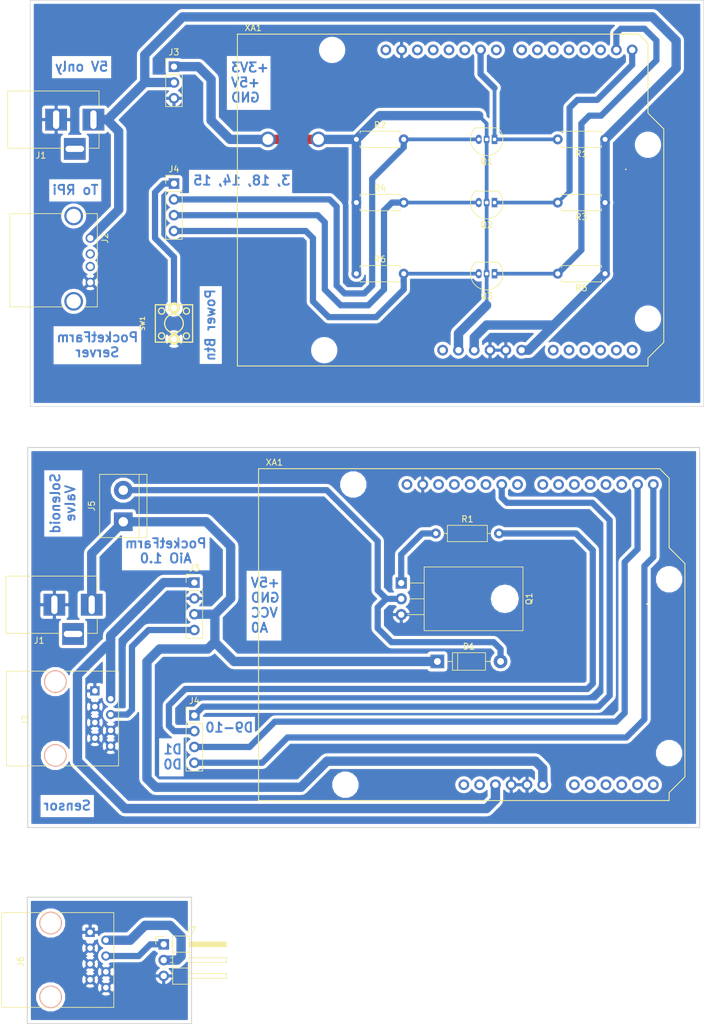
<source format=kicad_pcb>
(kicad_pcb (version 4) (host pcbnew 4.0.7)
  (layers (0 F.Cu signal) (31 B.Cu signal) (34 B.Paste user) (35 F.Paste user) (36 B.SilkS user) (37 F.SilkS user) (38 B.Mask user) (39 F.Mask user) (44 Edge.Cuts user))
  (net 0 "")
  (net 1 VCC)
  (net 2 "Net-(D1-Pad2)")
  (net 3 GND)
  (net 4 "Net-(J1-Pad3)")
  (net 5 +5V)
  (net 6 /A0)
  (net 7 /D9)
  (net 8 /D10)
  (net 9 /D1_RX1)
  (net 10 /D0_TX1)
  (net 11 "Net-(Q1-Pad1)")
  (net 12 "Net-(XA1-PadA0)")
  (net 13 "Net-(XA1-Pad3.3V)")
  (net 14 "Net-(XA1-PadRST1)")
  (net 15 "Net-(XA1-PadD2)")
  (net 16 "Net-(XA1-PadD3)")
  (net 17 "Net-(XA1-PadD4)")
  (net 18 "Net-(XA1-PadD5)")
  (net 19 "Net-(XA1-PadD6)")
  (net 20 "Net-(XA1-PadD7)")
  (net 21 "Net-(XA1-PadD8)")
  (net 22 "Net-(XA1-PadD10)")
  (net 23 "Net-(XA1-PadAREF)")
  (net 24 "Net-(XA1-PadD13)")
  (net 25 "Net-(XA1-PadD12)")
  (net 26 "Net-(XA1-PadD11)")
  (net 27 "Net-(XA1-PadA1)")
  (net 28 "Net-(XA1-PadA2)")
  (net 29 "Net-(XA1-PadA3)")
  (net 30 "Net-(XA1-PadA4)")
  (net 31 "Net-(XA1-PadA5)")
  (net 32 "Net-(J2-Pad3)")
  (net 33 "Net-(J2-Pad2)")
  (net 34 "Net-(J2-Pad5)")
  (net 35 +3V3)
  (net 36 /GPIO18)
  (net 37 /TXD0_14)
  (net 38 /RXD0_15)
  (net 39 "Net-(Q2-Pad1)")
  (net 40 "Net-(Q3-Pad1)")
  (net 41 /GPIO3)
  (module Connectors:BARREL_JACK (layer F.Cu) (at 51.6382 46.4312)
    (fp_text reference J1 (at -8.45 5.75 180) (layer F.SilkS))
    (fp_text value Jack-DC)
    (pad 1 thru_hole rect (at 0 0) (size 3.5 3.5) (drill oval 1 3) (layers *.Cu *.Mask) (net 5 +5V))
    (pad 2 thru_hole rect (at -6 0) (size 3.5 3.5) (drill oval 1 3) (layers *.Cu *.Mask) (net 3 GND))
    (pad 3 thru_hole rect (at -3 4.7) (size 3.5 3.5) (drill oval 3 1) (layers *.Cu *.Mask) (net 4 "Net-(J1-Pad3)"))
  )
  (module Connectors:USB_A (layer F.Cu) (at 51.1302 65.4812 270)
    (fp_text reference J2 (at 0 -2.35 270) (layer F.SilkS))
    (fp_text value USB_A)
    (pad 4 thru_hole circle (at 7.11 0 180) (size 1.5 1.5) (drill 1) (layers *.Cu *.Mask) (net 3 GND))
    (pad 3 thru_hole circle (at 4.57 0 180) (size 1.5 1.5) (drill 1) (layers *.Cu *.Mask) (net 32 "Net-(J2-Pad3)"))
    (pad 2 thru_hole circle (at 2.54 0 180) (size 1.5 1.5) (drill 1) (layers *.Cu *.Mask) (net 33 "Net-(J2-Pad2)"))
    (pad 1 thru_hole circle (at 0 0 180) (size 1.5 1.5) (drill 1) (layers *.Cu *.Mask) (net 5 +5V))
    (pad 5 thru_hole circle (at 10.16 2.67 180) (size 3 3) (drill 2.3) (layers *.Cu *.Mask) (net 34 "Net-(J2-Pad5)"))
    (pad 5 thru_hole circle (at -3.56 2.67 180) (size 3 3) (drill 2.3) (layers *.Cu *.Mask) (net 34 "Net-(J2-Pad5)"))
  )
  (module Pin_Headers:Pin_Header_Straight_1x03_Pitch2.54mm (layer F.Cu) (at 64.5922 37.9222)
    (fp_text reference J3 (at 0 -2.33) (layer F.SilkS))
    (fp_text value Conn_01x03_Male)
    (pad 1 thru_hole rect (at 0 0) (size 1.7 1.7) (drill 1) (layers *.Cu *.Mask) (net 35 +3V3))
    (pad 2 thru_hole oval (at 0 2.54) (size 1.7 1.7) (drill 1) (layers *.Cu *.Mask) (net 5 +5V))
    (pad 3 thru_hole oval (at 0 5.08) (size 1.7 1.7) (drill 1) (layers *.Cu *.Mask) (net 3 GND))
  )
  (module Pin_Headers:Pin_Header_Straight_1x04_Pitch2.54mm (layer F.Cu) (at 64.5922 56.7182)
    (fp_text reference J4 (at 0 -2.33) (layer F.SilkS))
    (fp_text value Conn_01x04_Male)
    (pad 1 thru_hole rect (at 0 0) (size 1.7 1.7) (drill 1) (layers *.Cu *.Mask) (net 41 /GPIO3))
    (pad 2 thru_hole oval (at 0 2.54) (size 1.7 1.7) (drill 1) (layers *.Cu *.Mask) (net 36 /GPIO18))
    (pad 3 thru_hole oval (at 0 5.08) (size 1.7 1.7) (drill 1) (layers *.Cu *.Mask) (net 37 /TXD0_14))
    (pad 4 thru_hole oval (at 0 7.62) (size 1.7 1.7) (drill 1) (layers *.Cu *.Mask) (net 38 /RXD0_15))
  )
  (module TO_SOT_Packages_THT:TO-92_Inline_Narrow_Oval (layer F.Cu) (at 116.1542 49.6062 180)
    (fp_text reference Q1 (at 1.27 -3.56 180) (layer F.SilkS))
    (fp_text value 2N7000)
    (pad 2 thru_hole oval (at 1.27 0) (size 0.9 1.5) (drill 0.6) (layers *.Cu *.Mask) (net 35 +3V3))
    (pad 3 thru_hole oval (at 2.54 0) (size 0.9 1.5) (drill 0.6) (layers *.Cu *.Mask) (net 36 /GPIO18))
    (pad 1 thru_hole rect (at 0 0) (size 0.9 1.5) (drill 0.6) (layers *.Cu *.Mask) (net 11 "Net-(Q1-Pad1)"))
  )
  (module TO_SOT_Packages_THT:TO-92_Inline_Narrow_Oval (layer F.Cu) (at 116.1542 59.7662 180)
    (fp_text reference Q2 (at 1.27 -3.56 180) (layer F.SilkS))
    (fp_text value 2N7000)
    (pad 2 thru_hole oval (at 1.27 0) (size 0.9 1.5) (drill 0.6) (layers *.Cu *.Mask) (net 35 +3V3))
    (pad 3 thru_hole oval (at 2.54 0) (size 0.9 1.5) (drill 0.6) (layers *.Cu *.Mask) (net 37 /TXD0_14))
    (pad 1 thru_hole rect (at 0 0) (size 0.9 1.5) (drill 0.6) (layers *.Cu *.Mask) (net 39 "Net-(Q2-Pad1)"))
  )
  (module TO_SOT_Packages_THT:TO-92_Inline_Narrow_Oval (layer F.Cu) (at 116.1542 71.1962 180)
    (fp_text reference Q3 (at 1.27 -3.56 180) (layer F.SilkS))
    (fp_text value 2N7000)
    (pad 2 thru_hole oval (at 1.27 0) (size 0.9 1.5) (drill 0.6) (layers *.Cu *.Mask) (net 35 +3V3))
    (pad 3 thru_hole oval (at 2.54 0) (size 0.9 1.5) (drill 0.6) (layers *.Cu *.Mask) (net 38 /RXD0_15))
    (pad 1 thru_hole rect (at 0 0) (size 0.9 1.5) (drill 0.6) (layers *.Cu *.Mask) (net 40 "Net-(Q3-Pad1)"))
  )
  (module Resistors_THT:R_Axial_DIN0207_L6.3mm_D2.5mm_P7.62mm_Horizontal (layer F.Cu) (at 133.9342 49.6062 180)
    (fp_text reference R1 (at 3.81 -2.31 360) (layer F.SilkS))
    (fp_text value 10k)
    (pad 1 thru_hole circle (at 0 0 180) (size 1.6 1.6) (drill 0.8) (layers *.Cu *.Mask) (net 5 +5V))
    (pad 2 thru_hole oval (at 7.62 0 180) (size 1.6 1.6) (drill 0.8) (layers *.Cu *.Mask) (net 11 "Net-(Q1-Pad1)"))
  )
  (module Resistors_THT:R_Axial_DIN0207_L6.3mm_D2.5mm_P7.62mm_Horizontal (layer F.Cu) (at 93.9292 49.6062)
    (fp_text reference R2 (at 3.81 -2.31) (layer F.SilkS))
    (fp_text value 10k)
    (pad 1 thru_hole circle (at 0 0) (size 1.6 1.6) (drill 0.8) (layers *.Cu *.Mask) (net 35 +3V3))
    (pad 2 thru_hole oval (at 7.62 0) (size 1.6 1.6) (drill 0.8) (layers *.Cu *.Mask) (net 36 /GPIO18))
  )
  (module Resistors_THT:R_Axial_DIN0207_L6.3mm_D2.5mm_P7.62mm_Horizontal (layer F.Cu) (at 133.9342 59.7662 180)
    (fp_text reference R3 (at 3.81 -2.31 180) (layer F.SilkS))
    (fp_text value 10k)
    (pad 1 thru_hole circle (at 0 0 180) (size 1.6 1.6) (drill 0.8) (layers *.Cu *.Mask) (net 5 +5V))
    (pad 2 thru_hole oval (at 7.62 0 180) (size 1.6 1.6) (drill 0.8) (layers *.Cu *.Mask) (net 39 "Net-(Q2-Pad1)"))
  )
  (module Resistors_THT:R_Axial_DIN0207_L6.3mm_D2.5mm_P7.62mm_Horizontal (layer F.Cu) (at 93.9292 59.7662)
    (fp_text reference R4 (at 3.81 -2.31) (layer F.SilkS))
    (fp_text value 10k)
    (pad 1 thru_hole circle (at 0 0) (size 1.6 1.6) (drill 0.8) (layers *.Cu *.Mask) (net 35 +3V3))
    (pad 2 thru_hole oval (at 7.62 0) (size 1.6 1.6) (drill 0.8) (layers *.Cu *.Mask) (net 37 /TXD0_14))
  )
  (module Resistors_THT:R_Axial_DIN0207_L6.3mm_D2.5mm_P7.62mm_Horizontal (layer F.Cu) (at 133.9342 71.1962 180)
    (fp_text reference R5 (at 3.81 -2.31 180) (layer F.SilkS))
    (fp_text value 10k)
    (pad 1 thru_hole circle (at 0 0 180) (size 1.6 1.6) (drill 0.8) (layers *.Cu *.Mask) (net 5 +5V))
    (pad 2 thru_hole oval (at 7.62 0 180) (size 1.6 1.6) (drill 0.8) (layers *.Cu *.Mask) (net 40 "Net-(Q3-Pad1)"))
  )
  (module Resistors_THT:R_Axial_DIN0207_L6.3mm_D2.5mm_P7.62mm_Horizontal (layer F.Cu) (at 93.9292 71.1962)
    (fp_text reference R6 (at 3.81 -2.31) (layer F.SilkS))
    (fp_text value 10k)
    (pad 1 thru_hole circle (at 0 0) (size 1.6 1.6) (drill 0.8) (layers *.Cu *.Mask) (net 35 +3V3))
    (pad 2 thru_hole oval (at 7.62 0) (size 1.6 1.6) (drill 0.8) (layers *.Cu *.Mask) (net 38 /RXD0_15))
  )
  (module switch:SPST-2-PIN_6mm_thru (layer F.Cu) (at 64.5922 79.1972 270)
    (fp_text reference SW1 (at 0 5.08 270) (layer F.SilkS) (effects (font (size 0.762 0.762) (thickness 0.1524))))
    (fp_text value SW_SPST hide)
    (pad 1 thru_hole circle (at -2.5 0 270) (size 1.8 1.8) (drill 1) (layers *.Cu *.Mask F.SilkS) (net 41 /GPIO3))
    (pad 2 thru_hole circle (at 2.5 0 270) (size 1.8 1.8) (drill 1) (layers *.Cu *.Mask F.SilkS) (net 3 GND))
  )
  (module "Modded Shield:Arduino_Uno_Shield" (layer F.Cu) (at 74.7903 86.0298)
    (fp_text reference XA1 (at 2.54 -54.356) (layer F.SilkS))
    (fp_text value Arduino_Uno_Shield)
    (fp_text user . (at 62.484 -32.004) (layer F.SilkS))
    (pad A0 thru_hole oval (at 50.8 -2.54) (size 1.7272 1.7272) (drill 1.016) (layers *.Cu *.Mask) (net 12 "Net-(XA1-PadA0)"))
    (pad VIN thru_hole oval (at 45.72 -2.54) (size 1.7272 1.7272) (drill 1.016) (layers *.Cu *.Mask) (net 5 +5V))
    (pad GND3 thru_hole oval (at 43.18 -2.54) (size 1.7272 1.7272) (drill 1.016) (layers *.Cu *.Mask) (net 3 GND))
    (pad GND2 thru_hole oval (at 40.64 -2.54) (size 1.7272 1.7272) (drill 1.016) (layers *.Cu *.Mask) (net 3 GND))
    (pad 5V1 thru_hole oval (at 38.1 -2.54) (size 1.7272 1.7272) (drill 1.016) (layers *.Cu *.Mask) (net 5 +5V))
    (pad 3.3V thru_hole oval (at 35.56 -2.54) (size 1.7272 1.7272) (drill 1.016) (layers *.Cu *.Mask) (net 35 +3V3))
    (pad RST1 thru_hole oval (at 33.02 -2.54) (size 1.7272 1.7272) (drill 1.016) (layers *.Cu *.Mask) (net 14 "Net-(XA1-PadRST1)"))
    (pad D0 thru_hole oval (at 63.5 -50.8) (size 1.7272 1.7272) (drill 1.016) (layers *.Cu *.Mask) (net 39 "Net-(Q2-Pad1)"))
    (pad D1 thru_hole oval (at 60.96 -50.8) (size 1.7272 1.7272) (drill 1.016) (layers *.Cu *.Mask) (net 40 "Net-(Q3-Pad1)"))
    (pad D2 thru_hole oval (at 58.42 -50.8) (size 1.7272 1.7272) (drill 1.016) (layers *.Cu *.Mask) (net 15 "Net-(XA1-PadD2)"))
    (pad D3 thru_hole oval (at 55.88 -50.8) (size 1.7272 1.7272) (drill 1.016) (layers *.Cu *.Mask) (net 16 "Net-(XA1-PadD3)"))
    (pad D4 thru_hole oval (at 53.34 -50.8) (size 1.7272 1.7272) (drill 1.016) (layers *.Cu *.Mask) (net 17 "Net-(XA1-PadD4)"))
    (pad D5 thru_hole oval (at 50.8 -50.8) (size 1.7272 1.7272) (drill 1.016) (layers *.Cu *.Mask) (net 18 "Net-(XA1-PadD5)"))
    (pad D6 thru_hole oval (at 48.26 -50.8) (size 1.7272 1.7272) (drill 1.016) (layers *.Cu *.Mask) (net 19 "Net-(XA1-PadD6)"))
    (pad D7 thru_hole oval (at 45.72 -50.8) (size 1.7272 1.7272) (drill 1.016) (layers *.Cu *.Mask) (net 20 "Net-(XA1-PadD7)"))
    (pad GND1 thru_hole oval (at 26.416 -50.8) (size 1.7272 1.7272) (drill 1.016) (layers *.Cu *.Mask) (net 3 GND))
    (pad D8 thru_hole oval (at 41.656 -50.8) (size 1.7272 1.7272) (drill 1.016) (layers *.Cu *.Mask) (net 21 "Net-(XA1-PadD8)"))
    (pad D9 thru_hole oval (at 39.116 -50.8) (size 1.7272 1.7272) (drill 1.016) (layers *.Cu *.Mask) (net 11 "Net-(Q1-Pad1)"))
    (pad D10 thru_hole oval (at 36.576 -50.8) (size 1.7272 1.7272) (drill 1.016) (layers *.Cu *.Mask) (net 22 "Net-(XA1-PadD10)"))
    (pad "" np_thru_hole circle (at 66.04 -7.62) (size 3.2 3.2) (drill 3.2) (layers *.Cu *.Mask))
    (pad "" np_thru_hole circle (at 66.04 -35.56) (size 3.2 3.2) (drill 3.2) (layers *.Cu *.Mask))
    (pad "" np_thru_hole circle (at 15.24 -50.8) (size 3.2 3.2) (drill 3.2) (layers *.Cu *.Mask))
    (pad "" np_thru_hole circle (at 13.97 -2.54) (size 3.2 3.2) (drill 3.2) (layers *.Cu *.Mask))
    (pad AREF thru_hole oval (at 23.876 -50.8) (size 1.7272 1.7272) (drill 1.016) (layers *.Cu *.Mask) (net 23 "Net-(XA1-PadAREF)"))
    (pad D13 thru_hole oval (at 28.956 -50.8) (size 1.7272 1.7272) (drill 1.016) (layers *.Cu *.Mask) (net 24 "Net-(XA1-PadD13)"))
    (pad D12 thru_hole oval (at 31.496 -50.8) (size 1.7272 1.7272) (drill 1.016) (layers *.Cu *.Mask) (net 25 "Net-(XA1-PadD12)"))
    (pad D11 thru_hole oval (at 34.036 -50.8) (size 1.7272 1.7272) (drill 1.016) (layers *.Cu *.Mask) (net 26 "Net-(XA1-PadD11)"))
    (pad A1 thru_hole oval (at 53.34 -2.54) (size 1.7272 1.7272) (drill 1.016) (layers *.Cu *.Mask) (net 27 "Net-(XA1-PadA1)"))
    (pad A2 thru_hole oval (at 55.88 -2.54) (size 1.7272 1.7272) (drill 1.016) (layers *.Cu *.Mask) (net 28 "Net-(XA1-PadA2)"))
    (pad A3 thru_hole oval (at 58.42 -2.54) (size 1.7272 1.7272) (drill 1.016) (layers *.Cu *.Mask) (net 29 "Net-(XA1-PadA3)"))
    (pad A4 thru_hole oval (at 60.96 -2.54) (size 1.7272 1.7272) (drill 1.016) (layers *.Cu *.Mask) (net 30 "Net-(XA1-PadA4)"))
    (pad A5 thru_hole oval (at 63.5 -2.54) (size 1.7272 1.7272) (drill 1.016) (layers *.Cu *.Mask) (net 31 "Net-(XA1-PadA5)"))
  )
  (module Diodes_THT:D_DO-41_SOD81_P10.16mm_Horizontal (layer F.Cu) (at 106.9594 133.5278)
    (fp_text reference D1 (at 5.08 -2.41) (layer F.SilkS))
    (fp_text value 1N4001)
    (pad 1 thru_hole rect (at 0 0) (size 2.2 2.2) (drill 1.1) (layers *.Cu *.Mask) (net 1 VCC))
    (pad 2 thru_hole oval (at 10.16 0) (size 2.2 2.2) (drill 1.1) (layers *.Cu *.Mask) (net 2 "Net-(D1-Pad2)"))
  )
  (module Connectors:BARREL_JACK (layer F.Cu) (at 51.3588 124.4092)
    (fp_text reference J1 (at -8.45 5.75 180) (layer F.SilkS))
    (fp_text value Jack-DC)
    (pad 1 thru_hole rect (at 0 0) (size 3.5 3.5) (drill oval 1 3) (layers *.Cu *.Mask) (net 1 VCC))
    (pad 2 thru_hole rect (at -6 0) (size 3.5 3.5) (drill oval 1 3) (layers *.Cu *.Mask) (net 3 GND))
    (pad 3 thru_hole rect (at -3 4.7) (size 3.5 3.5) (drill oval 3 1) (layers *.Cu *.Mask) (net 4 "Net-(J1-Pad3)"))
  )
  (module Connectors:RJ45_8 (layer F.Cu) (at 51.8668 138.2522 270)
    (fp_text reference J2 (at 4.7 11.18 270) (layer F.SilkS))
    (fp_text value RJ45_BUILTIN)
    (pad Hole np_thru_hole circle (at 10.38 6.35 270) (size 3.65 3.65) (drill 3.25) (layers *.Cu *.SilkS *.Mask))
    (pad Hole np_thru_hole circle (at -1.49 6.35 270) (size 3.65 3.65) (drill 3.25) (layers *.Cu *.SilkS *.Mask))
    (pad 1 thru_hole rect (at 0 0 270) (size 1.5 1.5) (drill 0.9) (layers *.Cu *.Mask) (net 3 GND))
    (pad 2 thru_hole circle (at 1.27 -2.54 270) (size 1.5 1.5) (drill 0.9) (layers *.Cu *.Mask) (net 5 +5V))
    (pad 3 thru_hole circle (at 2.54 0 270) (size 1.5 1.5) (drill 0.9) (layers *.Cu *.Mask) (net 3 GND))
    (pad 4 thru_hole circle (at 3.81 -2.54 270) (size 1.5 1.5) (drill 0.9) (layers *.Cu *.Mask) (net 6 /A0))
    (pad 5 thru_hole circle (at 5.08 0 270) (size 1.5 1.5) (drill 0.9) (layers *.Cu *.Mask) (net 3 GND))
    (pad 6 thru_hole circle (at 6.35 -2.54 270) (size 1.5 1.5) (drill 0.9) (layers *.Cu *.Mask) (net 3 GND))
    (pad 7 thru_hole circle (at 7.62 0 270) (size 1.5 1.5) (drill 0.9) (layers *.Cu *.Mask) (net 3 GND))
    (pad 8 thru_hole circle (at 8.89 -2.54 270) (size 1.5 1.5) (drill 0.9) (layers *.Cu *.Mask) (net 3 GND))
  )
  (module Pin_Headers:Pin_Header_Straight_1x04_Pitch2.54mm (layer F.Cu) (at 67.8688 120.8532)
    (fp_text reference J3 (at 0 -2.33) (layer F.SilkS))
    (fp_text value Conn_01x04_Male)
    (pad 1 thru_hole rect (at 0 0) (size 1.7 1.7) (drill 1) (layers *.Cu *.Mask) (net 5 +5V))
    (pad 2 thru_hole oval (at 0 2.54) (size 1.7 1.7) (drill 1) (layers *.Cu *.Mask) (net 3 GND))
    (pad 3 thru_hole oval (at 0 5.08) (size 1.7 1.7) (drill 1) (layers *.Cu *.Mask) (net 1 VCC))
    (pad 4 thru_hole oval (at 0 7.62) (size 1.7 1.7) (drill 1) (layers *.Cu *.Mask) (net 6 /A0))
  )
  (module Pin_Headers:Pin_Header_Straight_1x04_Pitch2.54mm (layer F.Cu) (at 67.8688 142.1892)
    (fp_text reference J4 (at 0 -2.33) (layer F.SilkS))
    (fp_text value Conn_01x04_Male)
    (pad 1 thru_hole rect (at 0 0) (size 1.7 1.7) (drill 1) (layers *.Cu *.Mask) (net 7 /D9))
    (pad 2 thru_hole oval (at 0 2.54) (size 1.7 1.7) (drill 1) (layers *.Cu *.Mask) (net 8 /D10))
    (pad 3 thru_hole oval (at 0 5.08) (size 1.7 1.7) (drill 1) (layers *.Cu *.Mask) (net 9 /D1_RX1))
    (pad 4 thru_hole oval (at 0 7.62) (size 1.7 1.7) (drill 1) (layers *.Cu *.Mask) (net 10 /D0_TX1))
  )
  (module Connectors_Terminal_Blocks:TerminalBlock_bornier-2_P5.08mm (layer F.Cu) (at 56.4388 111.0742 90)
    (fp_text reference J5 (at 2.54 -5.08 90) (layer F.SilkS))
    (fp_text value Screw_Terminal_01x02)
    (pad 1 thru_hole rect (at 0 0 90) (size 3 3) (drill 1.52) (layers *.Cu *.Mask) (net 1 VCC))
    (pad 2 thru_hole circle (at 5.08 0 90) (size 3 3) (drill 1.52) (layers *.Cu *.Mask) (net 2 "Net-(D1-Pad2)"))
  )
  (module Connectors:RJ45_8 (layer F.Cu) (at 51.1048 177.0634 270)
    (fp_text reference J6 (at 4.7 11.18 270) (layer F.SilkS))
    (fp_text value RJ45_SENSOR)
    (pad Hole np_thru_hole circle (at 10.38 6.35 270) (size 3.65 3.65) (drill 3.25) (layers *.Cu *.SilkS *.Mask))
    (pad Hole np_thru_hole circle (at -1.49 6.35 270) (size 3.65 3.65) (drill 3.25) (layers *.Cu *.SilkS *.Mask))
    (pad 1 thru_hole rect (at 0 0 270) (size 1.5 1.5) (drill 0.9) (layers *.Cu *.Mask) (net 3 GND))
    (pad 2 thru_hole circle (at 1.27 -2.54 270) (size 1.5 1.5) (drill 0.9) (layers *.Cu *.Mask) (net 5 +5V))
    (pad 3 thru_hole circle (at 2.54 0 270) (size 1.5 1.5) (drill 0.9) (layers *.Cu *.Mask) (net 3 GND))
    (pad 4 thru_hole circle (at 3.81 -2.54 270) (size 1.5 1.5) (drill 0.9) (layers *.Cu *.Mask) (net 6 /A0))
    (pad 5 thru_hole circle (at 5.08 0 270) (size 1.5 1.5) (drill 0.9) (layers *.Cu *.Mask) (net 3 GND))
    (pad 6 thru_hole circle (at 6.35 -2.54 270) (size 1.5 1.5) (drill 0.9) (layers *.Cu *.Mask) (net 3 GND))
    (pad 7 thru_hole circle (at 7.62 0 270) (size 1.5 1.5) (drill 0.9) (layers *.Cu *.Mask) (net 3 GND))
    (pad 8 thru_hole circle (at 8.89 -2.54 270) (size 1.5 1.5) (drill 0.9) (layers *.Cu *.Mask) (net 3 GND))
  )
  (module Pin_Headers:Pin_Header_Angled_1x03_Pitch2.54mm (layer F.Cu) (at 62.9412 178.9938)
    (fp_text reference J7 (at 4.385 -2.27) (layer F.SilkS))
    (fp_text value Conn_01x03_Male)
    (pad 1 thru_hole rect (at 0 0) (size 1.7 1.7) (drill 1) (layers *.Cu *.Mask) (net 6 /A0))
    (pad 2 thru_hole oval (at 0 2.54) (size 1.7 1.7) (drill 1) (layers *.Cu *.Mask) (net 5 +5V))
    (pad 3 thru_hole oval (at 0 5.08) (size 1.7 1.7) (drill 1) (layers *.Cu *.Mask) (net 3 GND))
  )
  (module TO_SOT_Packages_THT:TO-220-3_Horizontal (layer F.Cu) (at 101.1428 120.9167 270)
    (fp_text reference Q1 (at 2.54 -20.58 270) (layer F.SilkS))
    (fp_text value TIP120)
    (pad 0 np_thru_hole oval (at 2.54 -16.66 270) (size 3.5 3.5) (drill 3.5) (layers *.Cu *.Mask))
    (pad 1 thru_hole rect (at 0 0 270) (size 1.8 1.8) (drill 1) (layers *.Cu *.Mask) (net 11 "Net-(Q1-Pad1)"))
    (pad 2 thru_hole oval (at 2.54 0 270) (size 1.8 1.8) (drill 1) (layers *.Cu *.Mask) (net 2 "Net-(D1-Pad2)"))
    (pad 3 thru_hole oval (at 5.08 0 270) (size 1.8 1.8) (drill 1) (layers *.Cu *.Mask) (net 3 GND))
  )
  (module Resistors_THT:R_Axial_DIN0207_L6.3mm_D2.5mm_P10.16mm_Horizontal (layer F.Cu) (at 106.7054 112.9538)
    (fp_text reference R1 (at 5.08 -2.31) (layer F.SilkS))
    (fp_text value 1k)
    (pad 1 thru_hole circle (at 0 0) (size 1.6 1.6) (drill 0.8) (layers *.Cu *.Mask) (net 11 "Net-(Q1-Pad1)"))
    (pad 2 thru_hole oval (at 10.16 0) (size 1.6 1.6) (drill 0.8) (layers *.Cu *.Mask) (net 8 /D10))
  )
  (module "Modded Shield:Arduino_Uno_Shield" (layer F.Cu) (at 78.1939 155.8798)
    (fp_text reference XA1 (at 2.54 -54.356) (layer F.SilkS))
    (fp_text value Arduino_Uno_Shield)
    (fp_text user . (at 62.484 -32.004) (layer F.SilkS))
    (pad A0 thru_hole oval (at 50.8 -2.54) (size 1.7272 1.7272) (drill 1.016) (layers *.Cu *.Mask) (net 12 "Net-(XA1-PadA0)"))
    (pad VIN thru_hole oval (at 45.72 -2.54) (size 1.7272 1.7272) (drill 1.016) (layers *.Cu *.Mask) (net 1 VCC))
    (pad GND3 thru_hole oval (at 43.18 -2.54) (size 1.7272 1.7272) (drill 1.016) (layers *.Cu *.Mask) (net 3 GND))
    (pad GND2 thru_hole oval (at 40.64 -2.54) (size 1.7272 1.7272) (drill 1.016) (layers *.Cu *.Mask) (net 3 GND))
    (pad 5V1 thru_hole oval (at 38.1 -2.54) (size 1.7272 1.7272) (drill 1.016) (layers *.Cu *.Mask) (net 5 +5V))
    (pad 3.3V thru_hole oval (at 35.56 -2.54) (size 1.7272 1.7272) (drill 1.016) (layers *.Cu *.Mask) (net 13 "Net-(XA1-Pad3.3V)"))
    (pad RST1 thru_hole oval (at 33.02 -2.54) (size 1.7272 1.7272) (drill 1.016) (layers *.Cu *.Mask) (net 14 "Net-(XA1-PadRST1)"))
    (pad D0 thru_hole oval (at 63.5 -50.8) (size 1.7272 1.7272) (drill 1.016) (layers *.Cu *.Mask) (net 10 /D0_TX1))
    (pad D1 thru_hole oval (at 60.96 -50.8) (size 1.7272 1.7272) (drill 1.016) (layers *.Cu *.Mask) (net 9 /D1_RX1))
    (pad D2 thru_hole oval (at 58.42 -50.8) (size 1.7272 1.7272) (drill 1.016) (layers *.Cu *.Mask) (net 15 "Net-(XA1-PadD2)"))
    (pad D3 thru_hole oval (at 55.88 -50.8) (size 1.7272 1.7272) (drill 1.016) (layers *.Cu *.Mask) (net 16 "Net-(XA1-PadD3)"))
    (pad D4 thru_hole oval (at 53.34 -50.8) (size 1.7272 1.7272) (drill 1.016) (layers *.Cu *.Mask) (net 17 "Net-(XA1-PadD4)"))
    (pad D5 thru_hole oval (at 50.8 -50.8) (size 1.7272 1.7272) (drill 1.016) (layers *.Cu *.Mask) (net 18 "Net-(XA1-PadD5)"))
    (pad D6 thru_hole oval (at 48.26 -50.8) (size 1.7272 1.7272) (drill 1.016) (layers *.Cu *.Mask) (net 19 "Net-(XA1-PadD6)"))
    (pad D7 thru_hole oval (at 45.72 -50.8) (size 1.7272 1.7272) (drill 1.016) (layers *.Cu *.Mask) (net 20 "Net-(XA1-PadD7)"))
    (pad GND1 thru_hole oval (at 26.416 -50.8) (size 1.7272 1.7272) (drill 1.016) (layers *.Cu *.Mask) (net 3 GND))
    (pad D8 thru_hole oval (at 41.656 -50.8) (size 1.7272 1.7272) (drill 1.016) (layers *.Cu *.Mask) (net 21 "Net-(XA1-PadD8)"))
    (pad D9 thru_hole oval (at 39.116 -50.8) (size 1.7272 1.7272) (drill 1.016) (layers *.Cu *.Mask) (net 7 /D9))
    (pad D10 thru_hole oval (at 36.576 -50.8) (size 1.7272 1.7272) (drill 1.016) (layers *.Cu *.Mask) (net 22 "Net-(XA1-PadD10)"))
    (pad "" np_thru_hole circle (at 66.04 -7.62) (size 3.2 3.2) (drill 3.2) (layers *.Cu *.Mask))
    (pad "" np_thru_hole circle (at 66.04 -35.56) (size 3.2 3.2) (drill 3.2) (layers *.Cu *.Mask))
    (pad "" np_thru_hole circle (at 15.24 -50.8) (size 3.2 3.2) (drill 3.2) (layers *.Cu *.Mask))
    (pad "" np_thru_hole circle (at 13.97 -2.54) (size 3.2 3.2) (drill 3.2) (layers *.Cu *.Mask))
    (pad AREF thru_hole oval (at 23.876 -50.8) (size 1.7272 1.7272) (drill 1.016) (layers *.Cu *.Mask) (net 23 "Net-(XA1-PadAREF)"))
    (pad D13 thru_hole oval (at 28.956 -50.8) (size 1.7272 1.7272) (drill 1.016) (layers *.Cu *.Mask) (net 24 "Net-(XA1-PadD13)"))
    (pad D12 thru_hole oval (at 31.496 -50.8) (size 1.7272 1.7272) (drill 1.016) (layers *.Cu *.Mask) (net 25 "Net-(XA1-PadD12)"))
    (pad D11 thru_hole oval (at 34.036 -50.8) (size 1.7272 1.7272) (drill 1.016) (layers *.Cu *.Mask) (net 26 "Net-(XA1-PadD11)"))
    (pad A1 thru_hole oval (at 53.34 -2.54) (size 1.7272 1.7272) (drill 1.016) (layers *.Cu *.Mask) (net 27 "Net-(XA1-PadA1)"))
    (pad A2 thru_hole oval (at 55.88 -2.54) (size 1.7272 1.7272) (drill 1.016) (layers *.Cu *.Mask) (net 28 "Net-(XA1-PadA2)"))
    (pad A3 thru_hole oval (at 58.42 -2.54) (size 1.7272 1.7272) (drill 1.016) (layers *.Cu *.Mask) (net 29 "Net-(XA1-PadA3)"))
    (pad A4 thru_hole oval (at 60.96 -2.54) (size 1.7272 1.7272) (drill 1.016) (layers *.Cu *.Mask) (net 30 "Net-(XA1-PadA4)"))
    (pad A5 thru_hole oval (at 63.5 -2.54) (size 1.7272 1.7272) (drill 1.016) (layers *.Cu *.Mask) (net 31 "Net-(XA1-PadA5)"))
  )
  (gr_text "PocketFarm\nServer" (at 52.2732 82.6262) (layer B.Cu) (effects (font (size 1.5 1.5) (thickness 0.3)) (justify mirror)))
  (gr_text "3, 18, 14, 15" (at 67.5132 56.2102) (layer B.Cu) (effects (font (size 1.5 1.5) (thickness 0.3)) (justify right mirror)))
  (gr_text "+3V3\n+5V\nGND" (at 73.6092 40.4622) (layer B.Cu) (effects (font (size 1.5 1.5) (thickness 0.3)) (justify right mirror)))
  (gr_text "To RPi" (at 48.7172 57.7342) (layer B.Cu) (effects (font (size 1.5 1.5) (thickness 0.3)) (justify mirror)))
  (gr_text "5V only" (at 49.7332 37.9222) (layer B.Cu) (effects (font (size 1.5 1.5) (thickness 0.3)) (justify mirror)))
  (gr_text "Power Btn" (at 70.4342 79.4512 90) (layer B.Cu) (effects (font (size 1.5 1.5) (thickness 0.3)) (justify mirror)))
  (gr_line (start 41.4782 27.2542) (end 41.4782 27.3812) (angle 90) (layer Edge.Cuts) (width 0.1))
  (gr_line (start 149.8092 27.2542) (end 41.4782 27.2542) (angle 90) (layer Edge.Cuts) (width 0.1))
  (gr_line (start 149.8092 92.5322) (end 149.8092 27.2542) (angle 90) (layer Edge.Cuts) (width 0.1))
  (gr_line (start 41.4782 92.5322) (end 149.8092 92.5322) (angle 90) (layer Edge.Cuts) (width 0.1))
  (gr_line (start 41.4782 27.3812) (end 41.4782 92.5322) (angle 90) (layer Edge.Cuts) (width 0.1))
  (gr_line (start 67.4116 191.7446) (end 40.9956 191.7446) (angle 90) (layer Edge.Cuts) (width 0.15))
  (gr_line (start 67.4116 171.4246) (end 67.4116 191.6938) (angle 90) (layer Edge.Cuts) (width 0.15))
  (gr_line (start 40.9956 171.4246) (end 67.4116 171.4246) (angle 90) (layer Edge.Cuts) (width 0.15))
  (gr_line (start 40.9956 191.7446) (end 40.9956 171.4246) (angle 90) (layer Edge.Cuts) (width 0.15))
  (gr_text "PocketFarm\nAiO 1.0" (at 63.2714 115.7478) (layer B.Cu) (effects (font (size 1.5 1.5) (thickness 0.3)) (justify mirror)))
  (gr_text Sensor (at 47.4218 156.6926) (layer B.Cu) (effects (font (size 1.5 1.5) (thickness 0.3)) (justify mirror)))
  (gr_text "Solenoid\nValve" (at 46.7106 108.1278 90) (layer B.Cu) (effects (font (size 1.5 1.5) (thickness 0.3)) (justify mirror)))
  (gr_text "+5V\nGND\nVCC\nA0" (at 76.7842 124.4854) (layer B.Cu) (effects (font (size 1.5 1.5) (thickness 0.3)) (justify right mirror)))
  (gr_text D9-10 (at 69.469 144.145) (layer B.Cu) (effects (font (size 1.5 1.5) (thickness 0.3)) (justify right mirror)))
  (gr_text "D1\nD0" (at 62.7126 148.8694) (layer B.Cu) (effects (font (size 1.5 1.5) (thickness 0.3)) (justify right mirror)))
  (gr_line (start 41.0718 160.2232) (end 41.1988 160.2232) (angle 90) (layer Edge.Cuts) (width 0.15))
  (gr_line (start 41.0718 158.1912) (end 41.0718 160.2232) (angle 90) (layer Edge.Cuts) (width 0.15))
  (gr_line (start 149.1488 158.1912) (end 149.1488 160.2232) (angle 90) (layer Edge.Cuts) (width 0.15))
  (gr_line (start 41.1988 99.1362) (end 41.0718 99.1362) (angle 90) (layer Edge.Cuts) (width 0.15))
  (gr_line (start 41.0718 158.1912) (end 41.0718 99.1362) (angle 90) (layer Edge.Cuts) (width 0.15))
  (gr_line (start 149.1488 160.2232) (end 41.1988 160.2232) (angle 90) (layer Edge.Cuts) (width 0.15))
  (gr_line (start 149.1488 99.1362) (end 149.1488 158.1912) (angle 90) (layer Edge.Cuts) (width 0.15))
  (gr_line (start 149.1488 99.1362) (end 41.0718 99.1362) (angle 90) (layer Edge.Cuts) (width 0.15))
  (gr_line (start 41.1988 99.1362) (end 149.1488 99.1362) (angle 90) (layer Edge.Cuts) (width 0.15))
  (segment (start 74.2442 133.5278) (end 106.9594 133.5278) (width 1.5) (layer B.Cu) (net 1))
  (segment (start 71.1708 130.4544) (end 74.2442 133.5278) (width 1.5) (layer B.Cu) (net 1))
  (segment (start 71.1708 130.3782) (end 71.1708 130.4544) (width 1.5) (layer B.Cu) (net 1))
  (segment (start 71.1708 125.9332) (end 71.1708 130.3782) (width 1.5) (layer B.Cu) (net 1))
  (segment (start 123.9139 150.7363) (end 123.9139 153.3398) (width 1.5) (layer B.Cu) (net 1))
  (segment (start 122.7328 149.5552) (end 123.9139 150.7363) (width 1.5) (layer B.Cu) (net 1))
  (segment (start 89.2048 149.5552) (end 122.7328 149.5552) (width 1.5) (layer B.Cu) (net 1))
  (segment (start 85.0138 153.7462) (end 89.2048 149.5552) (width 1.5) (layer B.Cu) (net 1))
  (segment (start 61.6458 153.7462) (end 85.0138 153.7462) (width 1.5) (layer B.Cu) (net 1))
  (segment (start 60.2488 152.3492) (end 61.6458 153.7462) (width 1.5) (layer B.Cu) (net 1))
  (segment (start 60.2488 133.5532) (end 60.2488 152.3492) (width 1.5) (layer B.Cu) (net 1))
  (segment (start 62.2808 131.5212) (end 60.2488 133.5532) (width 1.5) (layer B.Cu) (net 1))
  (segment (start 70.0278 131.5212) (end 62.2808 131.5212) (width 1.5) (layer B.Cu) (net 1))
  (segment (start 71.1708 130.3782) (end 70.0278 131.5212) (width 1.5) (layer B.Cu) (net 1))
  (segment (start 67.8688 125.9332) (end 71.1708 125.9332) (width 1.5) (layer B.Cu) (net 1))
  (segment (start 69.7738 111.0742) (end 56.4388 111.0742) (width 1.5) (layer B.Cu) (net 1))
  (segment (start 73.7108 115.0112) (end 69.7738 111.0742) (width 1.5) (layer B.Cu) (net 1))
  (segment (start 73.7108 123.3932) (end 73.7108 115.0112) (width 1.5) (layer B.Cu) (net 1))
  (segment (start 71.1708 125.9332) (end 73.7108 123.3932) (width 1.5) (layer B.Cu) (net 1))
  (segment (start 51.3588 124.4092) (end 51.3588 116.1542) (width 1.5) (layer B.Cu) (net 1))
  (segment (start 51.3588 116.1542) (end 56.4388 111.0742) (width 1.5) (layer B.Cu) (net 1))
  (segment (start 56.4388 105.9942) (end 89.1794 105.9942) (width 1) (layer B.Cu) (net 2))
  (segment (start 97.3582 122.0724) (end 98.7425 123.4567) (width 1) (layer B.Cu) (net 2))
  (segment (start 97.3582 114.173) (end 97.3582 122.0724) (width 1) (layer B.Cu) (net 2))
  (segment (start 89.1794 105.9942) (end 97.3582 114.173) (width 1) (layer B.Cu) (net 2))
  (segment (start 117.1194 133.5278) (end 117.1194 131.5466) (width 1) (layer B.Cu) (net 2))
  (segment (start 98.7425 123.4567) (end 101.1428 123.4567) (width 1) (layer B.Cu) (net 2))
  (segment (start 97.3582 124.841) (end 98.7425 123.4567) (width 1) (layer B.Cu) (net 2))
  (segment (start 97.3582 128.1938) (end 97.3582 124.841) (width 1) (layer B.Cu) (net 2))
  (segment (start 99.5934 130.429) (end 97.3582 128.1938) (width 1) (layer B.Cu) (net 2))
  (segment (start 116.0018 130.429) (end 99.5934 130.429) (width 1) (layer B.Cu) (net 2))
  (segment (start 117.1194 131.5466) (end 116.0018 130.429) (width 1) (layer B.Cu) (net 2))
  (segment (start 59.8932 40.4622) (end 59.8932 36.0172) (width 1.5) (layer B.Cu) (net 5))
  (segment (start 145.3642 38.1762) (end 133.9342 49.6062) (width 1.5) (layer B.Cu) (net 5))
  (segment (start 145.3642 33.7312) (end 145.3642 38.1762) (width 1.5) (layer B.Cu) (net 5))
  (segment (start 141.5542 29.9212) (end 145.3642 33.7312) (width 1.5) (layer B.Cu) (net 5))
  (segment (start 65.9892 29.9212) (end 141.5542 29.9212) (width 1.5) (layer B.Cu) (net 5))
  (segment (start 59.8932 36.0172) (end 65.9892 29.9212) (width 1.5) (layer B.Cu) (net 5))
  (segment (start 112.8903 83.4898) (end 112.8903 81.4451) (width 1.5) (layer B.Cu) (net 5))
  (segment (start 112.8903 81.4451) (end 114.8842 79.4512) (width 1.5) (layer B.Cu) (net 5))
  (segment (start 114.8842 79.4512) (end 125.6792 79.4512) (width 1.5) (layer B.Cu) (net 5))
  (segment (start 120.5103 83.4898) (end 121.6406 83.4898) (width 1.5) (layer B.Cu) (net 5))
  (segment (start 121.6406 83.4898) (end 125.6792 79.4512) (width 1.5) (layer B.Cu) (net 5))
  (segment (start 125.6792 79.4512) (end 133.9342 71.1962) (width 1.5) (layer B.Cu) (net 5))
  (segment (start 133.9342 59.7662) (end 133.9342 71.1962) (width 1.5) (layer B.Cu) (net 5))
  (segment (start 133.9342 49.6062) (end 133.9342 59.7662) (width 1.5) (layer B.Cu) (net 5))
  (segment (start 53.9242 46.4312) (end 53.9242 46.5582) (width 1.5) (layer B.Cu) (net 5))
  (segment (start 55.7022 60.9092) (end 51.1302 65.4812) (width 1.5) (layer B.Cu) (net 5))
  (segment (start 55.7022 48.3362) (end 55.7022 60.9092) (width 1.5) (layer B.Cu) (net 5))
  (segment (start 53.9242 46.5582) (end 55.7022 48.3362) (width 1.5) (layer B.Cu) (net 5))
  (segment (start 51.6382 46.4312) (end 53.9242 46.4312) (width 1.5) (layer B.Cu) (net 5))
  (segment (start 59.8932 40.4622) (end 64.5922 40.4622) (width 1.5) (layer B.Cu) (net 5))
  (segment (start 53.9242 46.4312) (end 59.8932 40.4622) (width 1.5) (layer B.Cu) (net 5))
  (segment (start 53.6448 178.3334) (end 57.5564 178.3334) (width 1.5) (layer B.Cu) (net 5))
  (segment (start 65.1256 181.5338) (end 62.9412 181.5338) (width 1.5) (layer B.Cu) (net 5))
  (segment (start 65.7352 180.9242) (end 65.1256 181.5338) (width 1.5) (layer B.Cu) (net 5))
  (segment (start 65.7352 177.7238) (end 65.7352 180.9242) (width 1.5) (layer B.Cu) (net 5))
  (segment (start 63.9572 175.9458) (end 65.7352 177.7238) (width 1.5) (layer B.Cu) (net 5))
  (segment (start 59.944 175.9458) (end 63.9572 175.9458) (width 1.5) (layer B.Cu) (net 5))
  (segment (start 57.5564 178.3334) (end 59.944 175.9458) (width 1.5) (layer B.Cu) (net 5))
  (segment (start 54.4068 131.0132) (end 53.7718 131.0132) (width 1.5) (layer B.Cu) (net 5))
  (segment (start 116.2939 155.7401) (end 116.2939 153.3398) (width 1.5) (layer B.Cu) (net 5))
  (segment (start 114.8588 157.1752) (end 116.2939 155.7401) (width 1.5) (layer B.Cu) (net 5))
  (segment (start 56.6928 157.1752) (end 114.8588 157.1752) (width 1.5) (layer B.Cu) (net 5))
  (segment (start 49.0728 149.5552) (end 56.6928 157.1752) (width 1.5) (layer B.Cu) (net 5))
  (segment (start 49.0728 135.7122) (end 49.0728 149.5552) (width 1.5) (layer B.Cu) (net 5))
  (segment (start 53.7718 131.0132) (end 49.0728 135.7122) (width 1.5) (layer B.Cu) (net 5))
  (segment (start 54.4068 139.5222) (end 54.4068 131.0132) (width 1.5) (layer B.Cu) (net 5))
  (segment (start 54.4068 131.0132) (end 54.4068 129.3622) (width 1.5) (layer B.Cu) (net 5))
  (segment (start 62.9158 120.8532) (end 67.8688 120.8532) (width 1.5) (layer B.Cu) (net 5))
  (segment (start 54.4068 129.3622) (end 62.9158 120.8532) (width 1.5) (layer B.Cu) (net 5))
  (segment (start 53.6448 180.8734) (end 58.928 180.8734) (width 1) (layer B.Cu) (net 6))
  (segment (start 60.8076 178.9938) (end 62.9412 178.9938) (width 1) (layer B.Cu) (net 6))
  (segment (start 58.928 180.8734) (end 60.8076 178.9938) (width 1) (layer B.Cu) (net 6))
  (segment (start 54.4068 142.0622) (end 57.0738 142.0622) (width 1) (layer B.Cu) (net 6))
  (segment (start 60.5028 128.4732) (end 67.8688 128.4732) (width 1) (layer B.Cu) (net 6))
  (segment (start 57.8358 131.1402) (end 60.5028 128.4732) (width 1) (layer B.Cu) (net 6))
  (segment (start 57.8358 141.3002) (end 57.8358 131.1402) (width 1) (layer B.Cu) (net 6))
  (segment (start 57.0738 142.0622) (end 57.8358 141.3002) (width 1) (layer B.Cu) (net 6))
  (segment (start 69.2658 140.7922) (end 67.8688 142.1892) (width 1) (layer B.Cu) (net 7))
  (segment (start 132.8928 140.7922) (end 69.2658 140.7922) (width 1) (layer B.Cu) (net 7))
  (segment (start 134.6708 139.0142) (end 132.8928 140.7922) (width 1) (layer B.Cu) (net 7))
  (segment (start 134.6708 110.8202) (end 134.6708 139.0142) (width 1) (layer B.Cu) (net 7))
  (segment (start 131.8768 108.0262) (end 134.6708 110.8202) (width 1) (layer B.Cu) (net 7))
  (segment (start 118.1608 108.0262) (end 131.8768 108.0262) (width 1) (layer B.Cu) (net 7))
  (segment (start 117.3099 107.1753) (end 118.1608 108.0262) (width 1) (layer B.Cu) (net 7))
  (segment (start 117.3099 105.0798) (end 117.3099 107.1753) (width 1) (layer B.Cu) (net 7))
  (segment (start 116.8654 112.9538) (end 129.2606 112.9538) (width 1) (layer B.Cu) (net 8))
  (segment (start 64.6176 144.7292) (end 67.8688 144.7292) (width 1) (layer B.Cu) (net 8))
  (segment (start 63.7794 143.891) (end 64.6176 144.7292) (width 1) (layer B.Cu) (net 8))
  (segment (start 63.7794 140.589) (end 63.7794 143.891) (width 1) (layer B.Cu) (net 8))
  (segment (start 66.421 137.9474) (end 63.7794 140.589) (width 1) (layer B.Cu) (net 8))
  (segment (start 131.0894 137.9474) (end 66.421 137.9474) (width 1) (layer B.Cu) (net 8))
  (segment (start 131.953 137.0838) (end 131.0894 137.9474) (width 1) (layer B.Cu) (net 8))
  (segment (start 131.953 115.6462) (end 131.953 137.0838) (width 1) (layer B.Cu) (net 8))
  (segment (start 129.2606 112.9538) (end 131.953 115.6462) (width 1) (layer B.Cu) (net 8))
  (segment (start 76.7588 147.2692) (end 67.8688 147.2692) (width 1) (layer B.Cu) (net 9))
  (segment (start 80.8228 143.2052) (end 76.7588 147.2692) (width 1) (layer B.Cu) (net 9))
  (segment (start 135.6868 143.2052) (end 80.8228 143.2052) (width 1) (layer B.Cu) (net 9))
  (segment (start 137.0838 141.8082) (end 135.6868 143.2052) (width 1) (layer B.Cu) (net 9))
  (segment (start 137.0838 117.5512) (end 137.0838 141.8082) (width 1) (layer B.Cu) (net 9))
  (segment (start 139.1539 115.4811) (end 137.0838 117.5512) (width 1) (layer B.Cu) (net 9))
  (segment (start 139.1539 105.0798) (end 139.1539 115.4811) (width 1) (layer B.Cu) (net 9))
  (segment (start 141.6939 105.0798) (end 141.6939 116.7511) (width 1) (layer B.Cu) (net 10))
  (segment (start 78.7908 149.8092) (end 67.8688 149.8092) (width 1) (layer B.Cu) (net 10))
  (segment (start 82.8548 145.7452) (end 78.7908 149.8092) (width 1) (layer B.Cu) (net 10))
  (segment (start 137.3378 145.7452) (end 82.8548 145.7452) (width 1) (layer B.Cu) (net 10))
  (segment (start 140.2588 142.8242) (end 137.3378 145.7452) (width 1) (layer B.Cu) (net 10))
  (segment (start 140.2588 118.1862) (end 140.2588 142.8242) (width 1) (layer B.Cu) (net 10))
  (segment (start 141.6939 116.7511) (end 140.2588 118.1862) (width 1) (layer B.Cu) (net 10))
  (segment (start 116.1542 49.6062) (end 116.1542 41.3512) (width 0.6) (layer B.Cu) (net 11))
  (segment (start 113.9063 39.1033) (end 113.9063 35.2298) (width 1) (layer B.Cu) (net 11))
  (segment (start 116.1542 41.3512) (end 113.9063 39.1033) (width 1) (layer B.Cu) (net 11))
  (segment (start 116.1542 49.6062) (end 126.3142 49.6062) (width 0.6) (layer B.Cu) (net 11))
  (segment (start 106.7054 112.9538) (end 104.521 112.9538) (width 1) (layer B.Cu) (net 11))
  (segment (start 101.1428 116.332) (end 101.1428 120.9167) (width 1) (layer B.Cu) (net 11))
  (segment (start 104.521 112.9538) (end 101.1428 116.332) (width 1) (layer B.Cu) (net 11))
  (segment (start 64.5922 37.9222) (end 68.5292 37.9222) (width 1.5) (layer B.Cu) (net 35))
  (segment (start 87.8332 49.6062) (end 93.9292 49.6062) (width 1.5) (layer B.Cu) (net 35))
  (via (at 87.8332 49.6062) (size 2.5) (drill 1.75) (layers F.Cu B.Cu) (net 35))
  (segment (start 79.7052 49.6062) (end 87.8332 49.6062) (width 1.5) (layer F.Cu) (net 35))
  (via (at 79.7052 49.6062) (size 2.5) (drill 1.75) (layers F.Cu B.Cu) (net 35))
  (segment (start 73.6092 49.6062) (end 79.7052 49.6062) (width 1.5) (layer B.Cu) (net 35))
  (segment (start 70.5612 46.5582) (end 73.6092 49.6062) (width 1.5) (layer B.Cu) (net 35))
  (segment (start 70.5612 39.9542) (end 70.5612 46.5582) (width 1.5) (layer B.Cu) (net 35))
  (segment (start 68.5292 37.9222) (end 70.5612 39.9542) (width 1.5) (layer B.Cu) (net 35))
  (segment (start 93.9292 49.6062) (end 97.7392 45.7962) (width 1.5) (layer B.Cu) (net 35))
  (segment (start 114.8842 47.0662) (end 114.8842 49.6062) (width 0.6) (layer B.Cu) (net 35))
  (segment (start 113.6142 45.7962) (end 114.8842 47.0662) (width 0.6) (layer B.Cu) (net 35))
  (segment (start 97.7392 45.7962) (end 113.6142 45.7962) (width 1.5) (layer B.Cu) (net 35))
  (segment (start 110.3503 83.4898) (end 110.3503 80.8101) (width 1.5) (layer B.Cu) (net 35))
  (segment (start 114.8842 76.2762) (end 114.8842 71.1962) (width 0.6) (layer B.Cu) (net 35))
  (segment (start 110.3503 80.8101) (end 114.8842 76.2762) (width 1.5) (layer B.Cu) (net 35))
  (segment (start 93.9292 59.7662) (end 93.9292 71.1962) (width 1.5) (layer B.Cu) (net 35))
  (segment (start 93.9292 49.6062) (end 93.9292 59.7662) (width 1.5) (layer B.Cu) (net 35))
  (segment (start 114.8842 59.7662) (end 114.8842 71.1962) (width 0.6) (layer B.Cu) (net 35))
  (segment (start 114.8842 49.6062) (end 114.8842 59.7662) (width 0.6) (layer B.Cu) (net 35))
  (segment (start 101.5492 49.6062) (end 101.5492 50.8762) (width 1) (layer B.Cu) (net 36))
  (segment (start 89.6112 59.2582) (end 64.5922 59.2582) (width 1) (layer B.Cu) (net 36))
  (segment (start 90.7542 60.4012) (end 89.6112 59.2582) (width 1) (layer B.Cu) (net 36))
  (segment (start 90.7542 73.1012) (end 90.7542 60.4012) (width 1) (layer B.Cu) (net 36))
  (segment (start 92.0242 74.3712) (end 90.7542 73.1012) (width 1) (layer B.Cu) (net 36))
  (segment (start 95.1992 74.3712) (end 92.0242 74.3712) (width 1) (layer B.Cu) (net 36))
  (segment (start 96.4692 73.1012) (end 95.1992 74.3712) (width 1) (layer B.Cu) (net 36))
  (segment (start 96.4692 55.9562) (end 96.4692 73.1012) (width 1) (layer B.Cu) (net 36))
  (segment (start 101.5492 50.8762) (end 96.4692 55.9562) (width 1) (layer B.Cu) (net 36))
  (segment (start 101.5492 49.6062) (end 113.6142 49.6062) (width 0.6) (layer B.Cu) (net 36))
  (segment (start 101.5492 59.7662) (end 99.6442 59.7662) (width 1) (layer B.Cu) (net 37))
  (segment (start 87.7062 61.7982) (end 64.5922 61.7982) (width 1) (layer B.Cu) (net 37))
  (segment (start 88.8492 62.9412) (end 87.7062 61.7982) (width 1) (layer B.Cu) (net 37))
  (segment (start 88.8492 73.7362) (end 88.8492 62.9412) (width 1) (layer B.Cu) (net 37))
  (segment (start 91.3892 76.2762) (end 88.8492 73.7362) (width 1) (layer B.Cu) (net 37))
  (segment (start 95.8342 76.2762) (end 91.3892 76.2762) (width 1) (layer B.Cu) (net 37))
  (segment (start 98.3742 73.7362) (end 95.8342 76.2762) (width 1) (layer B.Cu) (net 37))
  (segment (start 98.3742 61.0362) (end 98.3742 73.7362) (width 1) (layer B.Cu) (net 37))
  (segment (start 99.6442 59.7662) (end 98.3742 61.0362) (width 1) (layer B.Cu) (net 37))
  (segment (start 101.5492 59.7662) (end 113.6142 59.7662) (width 0.6) (layer B.Cu) (net 37))
  (segment (start 101.5492 71.1962) (end 101.5492 73.7362) (width 1) (layer B.Cu) (net 38))
  (segment (start 85.8012 64.3382) (end 64.5922 64.3382) (width 1) (layer B.Cu) (net 38))
  (segment (start 86.9442 65.4812) (end 85.8012 64.3382) (width 1) (layer B.Cu) (net 38))
  (segment (start 86.9442 75.6412) (end 86.9442 65.4812) (width 1) (layer B.Cu) (net 38))
  (segment (start 89.4842 78.1812) (end 86.9442 75.6412) (width 1) (layer B.Cu) (net 38))
  (segment (start 97.1042 78.1812) (end 89.4842 78.1812) (width 1) (layer B.Cu) (net 38))
  (segment (start 101.5492 73.7362) (end 97.1042 78.1812) (width 1) (layer B.Cu) (net 38))
  (segment (start 101.5492 71.1962) (end 113.6142 71.1962) (width 0.6) (layer B.Cu) (net 38))
  (segment (start 138.2903 35.2298) (end 138.2903 37.6301) (width 1) (layer B.Cu) (net 39))
  (segment (start 128.2192 57.8612) (end 126.3142 59.7662) (width 0.6) (layer B.Cu) (net 39))
  (segment (start 128.2192 44.5262) (end 128.2192 57.8612) (width 1) (layer B.Cu) (net 39))
  (segment (start 129.4892 43.2562) (end 128.2192 44.5262) (width 1) (layer B.Cu) (net 39))
  (segment (start 132.6642 43.2562) (end 129.4892 43.2562) (width 1) (layer B.Cu) (net 39))
  (segment (start 138.2903 37.6301) (end 132.6642 43.2562) (width 1) (layer B.Cu) (net 39))
  (segment (start 116.1542 59.7662) (end 126.3142 59.7662) (width 0.6) (layer B.Cu) (net 39))
  (segment (start 135.7503 35.2298) (end 135.7503 32.5501) (width 1) (layer B.Cu) (net 40))
  (segment (start 130.1242 67.3862) (end 126.3142 71.1962) (width 1) (layer B.Cu) (net 40))
  (segment (start 130.1242 47.0662) (end 130.1242 67.3862) (width 1) (layer B.Cu) (net 40))
  (segment (start 131.3942 45.7962) (end 130.1242 47.0662) (width 1) (layer B.Cu) (net 40))
  (segment (start 133.2992 45.7962) (end 131.3942 45.7962) (width 1) (layer B.Cu) (net 40))
  (segment (start 142.1892 36.9062) (end 133.2992 45.7962) (width 1) (layer B.Cu) (net 40))
  (segment (start 142.1892 33.7312) (end 142.1892 36.9062) (width 1) (layer B.Cu) (net 40))
  (segment (start 140.2842 31.8262) (end 142.1892 33.7312) (width 1) (layer B.Cu) (net 40))
  (segment (start 136.4742 31.8262) (end 140.2842 31.8262) (width 1) (layer B.Cu) (net 40))
  (segment (start 135.7503 32.5501) (end 136.4742 31.8262) (width 1) (layer B.Cu) (net 40))
  (segment (start 116.1542 71.1962) (end 126.3142 71.1962) (width 0.6) (layer B.Cu) (net 40))
  (segment (start 64.5922 56.7182) (end 62.9412 56.7182) (width 1) (layer B.Cu) (net 41))
  (segment (start 64.5922 68.5292) (end 64.5922 76.6972) (width 1) (layer B.Cu) (net 41))
  (segment (start 61.5442 65.4812) (end 64.5922 68.5292) (width 1) (layer B.Cu) (net 41))
  (segment (start 61.5442 58.1152) (end 61.5442 65.4812) (width 1) (layer B.Cu) (net 41))
  (segment (start 62.9412 56.7182) (end 61.5442 58.1152) (width 1) (layer B.Cu) (net 41))
  (segment (start 64.5922 76.6972) (end 64.5052 76.6972) (width 1) (layer B.Cu) (net 41))
  (zone (net 3) (net_name GND) (layer B.Cu) (connect_pads (clearance 0.508)) (min_thickness 0.254) (fill yes (arc_segments 32) (thermal_gap 0.508) (thermal_bridge_width 0.508))
    (polygon (pts (xy 149.8092 92.5322) (xy 41.4782 92.5322) (xy 41.4782 27.2542) (xy 149.8092 27.2542)))
  )
  (zone (net 3) (net_name GND) (layer B.Cu) (connect_pads (clearance 0.508)) (min_thickness 0.254) (fill yes (arc_segments 16) (thermal_gap 0.508) (thermal_bridge_width 0.508))
    (polygon (pts (xy 149.1488 160.2232) (xy 41.0718 160.2232) (xy 41.0718 99.1362) (xy 149.1488 99.1362)))
  )
  (zone (net 3) (net_name GND) (layer B.Cu) (connect_pads (clearance 0.508)) (min_thickness 0.254) (fill yes (arc_segments 16) (thermal_gap 0.508) (thermal_bridge_width 0.508))
    (polygon (pts (xy 67.3608 171.4246) (xy 67.4116 191.7446) (xy 40.9956 191.7446) (xy 40.9956 171.4246)))
  )
)
</source>
